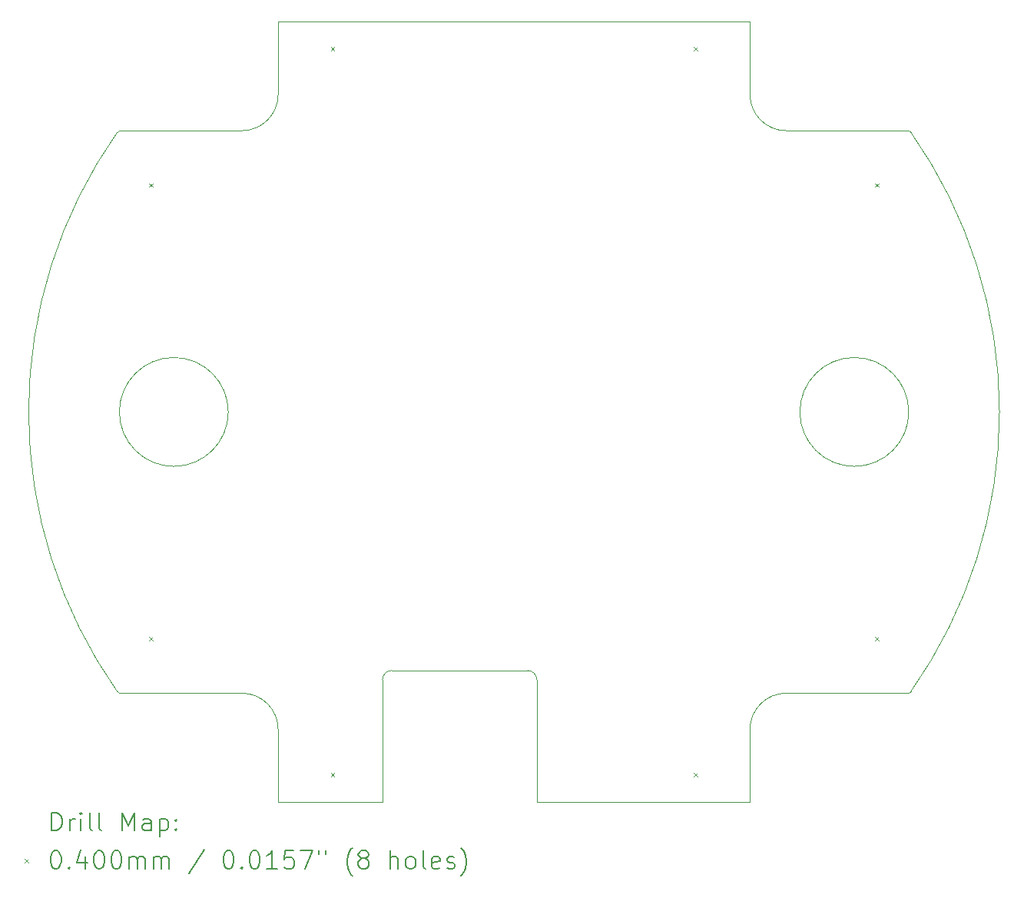
<source format=gbr>
%FSLAX45Y45*%
G04 Gerber Fmt 4.5, Leading zero omitted, Abs format (unit mm)*
G04 Created by KiCad (PCBNEW (5.99.0-2407-g46ade4960)) date 2020-08-08 20:05:32*
%MOMM*%
%LPD*%
G01*
G04 APERTURE LIST*
%TA.AperFunction,Profile*%
%ADD10C,0.100000*%
%TD*%
%ADD11C,0.200000*%
%ADD12C,0.040000*%
G04 APERTURE END LIST*
D10*
X19372995Y-6917889D02*
G75*
G02*
X20350000Y-10000000I-4372995J-3082111D01*
G01*
X15250000Y-14300000D02*
X17600000Y-14300000D01*
X12000000Y-13100000D02*
X10650000Y-13100000D01*
X19372995Y-13082111D02*
G75*
G03*
X20350000Y-10000000I-4372995J3082111D01*
G01*
X15250000Y-12950000D02*
G75*
G03*
X15150000Y-12850000I-100000J0D01*
G01*
X15250000Y-12950000D02*
X15250000Y-14300000D01*
X17600000Y-13500000D02*
X17600000Y-14300000D01*
X19372995Y-6917889D02*
X19350000Y-6900000D01*
X19350000Y-10000000D02*
G75*
G03*
X19350000Y-10000000I-600000J0D01*
G01*
X12400000Y-13500000D02*
G75*
G03*
X12000000Y-13100000I-400000J0D01*
G01*
X12400000Y-5700000D02*
X17600000Y-5700000D01*
X13550000Y-14300000D02*
X13550000Y-12950000D01*
X12400000Y-6500000D02*
X12400000Y-5700000D01*
X13650000Y-12850000D02*
X15150000Y-12850000D01*
X18000000Y-13100000D02*
X19350000Y-13100000D01*
X18000000Y-6900000D02*
X19350000Y-6900000D01*
X10627005Y-13082111D02*
G75*
G02*
X9650000Y-10000000I4372995J3082111D01*
G01*
X10627005Y-6917889D02*
X10650000Y-6900000D01*
X12400000Y-6500000D02*
G75*
G02*
X12000000Y-6900000I-400000J0D01*
G01*
X19372995Y-13082111D02*
X19350000Y-13100000D01*
X11850000Y-10000000D02*
G75*
G03*
X11850000Y-10000000I-600000J0D01*
G01*
X12400000Y-13500000D02*
X12400000Y-14300000D01*
X17600000Y-6500000D02*
X17600000Y-5700000D01*
X10627005Y-6917889D02*
G75*
G03*
X9650000Y-10000000I4372995J-3082111D01*
G01*
X12000000Y-6900000D02*
X10650000Y-6900000D01*
X13550000Y-14300000D02*
X12400000Y-14300000D01*
X13650000Y-12850000D02*
G75*
G03*
X13550000Y-12950000I0J-100000D01*
G01*
X17600000Y-13500000D02*
G75*
G02*
X18000000Y-13100000I400000J0D01*
G01*
X10627005Y-13082111D02*
X10650000Y-13100000D01*
X17600000Y-6500000D02*
G75*
G03*
X18000000Y-6900000I400000J0D01*
G01*
D11*
D12*
X10980000Y-7480000D02*
X11020000Y-7520000D01*
X11020000Y-7480000D02*
X10980000Y-7520000D01*
X10980000Y-12480000D02*
X11020000Y-12520000D01*
X11020000Y-12480000D02*
X10980000Y-12520000D01*
X12980000Y-5980000D02*
X13020000Y-6020000D01*
X13020000Y-5980000D02*
X12980000Y-6020000D01*
X12980000Y-13980000D02*
X13020000Y-14020000D01*
X13020000Y-13980000D02*
X12980000Y-14020000D01*
X16980000Y-5980000D02*
X17020000Y-6020000D01*
X17020000Y-5980000D02*
X16980000Y-6020000D01*
X16980000Y-13980000D02*
X17020000Y-14020000D01*
X17020000Y-13980000D02*
X16980000Y-14020000D01*
X18980000Y-7480000D02*
X19020000Y-7520000D01*
X19020000Y-7480000D02*
X18980000Y-7520000D01*
X18980000Y-12480000D02*
X19020000Y-12520000D01*
X19020000Y-12480000D02*
X18980000Y-12520000D01*
D11*
X9902619Y-14615476D02*
X9902619Y-14415476D01*
X9950238Y-14415476D01*
X9978809Y-14425000D01*
X9997857Y-14444048D01*
X10007381Y-14463095D01*
X10016905Y-14501190D01*
X10016905Y-14529762D01*
X10007381Y-14567857D01*
X9997857Y-14586905D01*
X9978809Y-14605952D01*
X9950238Y-14615476D01*
X9902619Y-14615476D01*
X10102619Y-14615476D02*
X10102619Y-14482143D01*
X10102619Y-14520238D02*
X10112143Y-14501190D01*
X10121667Y-14491667D01*
X10140714Y-14482143D01*
X10159762Y-14482143D01*
X10226428Y-14615476D02*
X10226428Y-14482143D01*
X10226428Y-14415476D02*
X10216905Y-14425000D01*
X10226428Y-14434524D01*
X10235952Y-14425000D01*
X10226428Y-14415476D01*
X10226428Y-14434524D01*
X10350238Y-14615476D02*
X10331190Y-14605952D01*
X10321667Y-14586905D01*
X10321667Y-14415476D01*
X10455000Y-14615476D02*
X10435952Y-14605952D01*
X10426428Y-14586905D01*
X10426428Y-14415476D01*
X10683571Y-14615476D02*
X10683571Y-14415476D01*
X10750238Y-14558333D01*
X10816905Y-14415476D01*
X10816905Y-14615476D01*
X10997857Y-14615476D02*
X10997857Y-14510714D01*
X10988333Y-14491667D01*
X10969286Y-14482143D01*
X10931190Y-14482143D01*
X10912143Y-14491667D01*
X10997857Y-14605952D02*
X10978809Y-14615476D01*
X10931190Y-14615476D01*
X10912143Y-14605952D01*
X10902619Y-14586905D01*
X10902619Y-14567857D01*
X10912143Y-14548810D01*
X10931190Y-14539286D01*
X10978809Y-14539286D01*
X10997857Y-14529762D01*
X11093095Y-14482143D02*
X11093095Y-14682143D01*
X11093095Y-14491667D02*
X11112143Y-14482143D01*
X11150238Y-14482143D01*
X11169286Y-14491667D01*
X11178809Y-14501190D01*
X11188333Y-14520238D01*
X11188333Y-14577381D01*
X11178809Y-14596429D01*
X11169286Y-14605952D01*
X11150238Y-14615476D01*
X11112143Y-14615476D01*
X11093095Y-14605952D01*
X11274047Y-14596429D02*
X11283571Y-14605952D01*
X11274047Y-14615476D01*
X11264524Y-14605952D01*
X11274047Y-14596429D01*
X11274047Y-14615476D01*
X11274047Y-14491667D02*
X11283571Y-14501190D01*
X11274047Y-14510714D01*
X11264524Y-14501190D01*
X11274047Y-14491667D01*
X11274047Y-14510714D01*
D12*
X9605000Y-14925000D02*
X9645000Y-14965000D01*
X9645000Y-14925000D02*
X9605000Y-14965000D01*
D11*
X9940714Y-14835476D02*
X9959762Y-14835476D01*
X9978809Y-14845000D01*
X9988333Y-14854524D01*
X9997857Y-14873571D01*
X10007381Y-14911667D01*
X10007381Y-14959286D01*
X9997857Y-14997381D01*
X9988333Y-15016429D01*
X9978809Y-15025952D01*
X9959762Y-15035476D01*
X9940714Y-15035476D01*
X9921667Y-15025952D01*
X9912143Y-15016429D01*
X9902619Y-14997381D01*
X9893095Y-14959286D01*
X9893095Y-14911667D01*
X9902619Y-14873571D01*
X9912143Y-14854524D01*
X9921667Y-14845000D01*
X9940714Y-14835476D01*
X10093095Y-15016429D02*
X10102619Y-15025952D01*
X10093095Y-15035476D01*
X10083571Y-15025952D01*
X10093095Y-15016429D01*
X10093095Y-15035476D01*
X10274048Y-14902143D02*
X10274048Y-15035476D01*
X10226428Y-14825952D02*
X10178809Y-14968810D01*
X10302619Y-14968810D01*
X10416905Y-14835476D02*
X10435952Y-14835476D01*
X10455000Y-14845000D01*
X10464524Y-14854524D01*
X10474048Y-14873571D01*
X10483571Y-14911667D01*
X10483571Y-14959286D01*
X10474048Y-14997381D01*
X10464524Y-15016429D01*
X10455000Y-15025952D01*
X10435952Y-15035476D01*
X10416905Y-15035476D01*
X10397857Y-15025952D01*
X10388333Y-15016429D01*
X10378809Y-14997381D01*
X10369286Y-14959286D01*
X10369286Y-14911667D01*
X10378809Y-14873571D01*
X10388333Y-14854524D01*
X10397857Y-14845000D01*
X10416905Y-14835476D01*
X10607381Y-14835476D02*
X10626428Y-14835476D01*
X10645476Y-14845000D01*
X10655000Y-14854524D01*
X10664524Y-14873571D01*
X10674048Y-14911667D01*
X10674048Y-14959286D01*
X10664524Y-14997381D01*
X10655000Y-15016429D01*
X10645476Y-15025952D01*
X10626428Y-15035476D01*
X10607381Y-15035476D01*
X10588333Y-15025952D01*
X10578809Y-15016429D01*
X10569286Y-14997381D01*
X10559762Y-14959286D01*
X10559762Y-14911667D01*
X10569286Y-14873571D01*
X10578809Y-14854524D01*
X10588333Y-14845000D01*
X10607381Y-14835476D01*
X10759762Y-15035476D02*
X10759762Y-14902143D01*
X10759762Y-14921190D02*
X10769286Y-14911667D01*
X10788333Y-14902143D01*
X10816905Y-14902143D01*
X10835952Y-14911667D01*
X10845476Y-14930714D01*
X10845476Y-15035476D01*
X10845476Y-14930714D02*
X10855000Y-14911667D01*
X10874048Y-14902143D01*
X10902619Y-14902143D01*
X10921667Y-14911667D01*
X10931190Y-14930714D01*
X10931190Y-15035476D01*
X11026428Y-15035476D02*
X11026428Y-14902143D01*
X11026428Y-14921190D02*
X11035952Y-14911667D01*
X11055000Y-14902143D01*
X11083571Y-14902143D01*
X11102619Y-14911667D01*
X11112143Y-14930714D01*
X11112143Y-15035476D01*
X11112143Y-14930714D02*
X11121667Y-14911667D01*
X11140714Y-14902143D01*
X11169286Y-14902143D01*
X11188333Y-14911667D01*
X11197857Y-14930714D01*
X11197857Y-15035476D01*
X11588333Y-14825952D02*
X11416905Y-15083095D01*
X11845476Y-14835476D02*
X11864524Y-14835476D01*
X11883571Y-14845000D01*
X11893095Y-14854524D01*
X11902619Y-14873571D01*
X11912143Y-14911667D01*
X11912143Y-14959286D01*
X11902619Y-14997381D01*
X11893095Y-15016429D01*
X11883571Y-15025952D01*
X11864524Y-15035476D01*
X11845476Y-15035476D01*
X11826428Y-15025952D01*
X11816905Y-15016429D01*
X11807381Y-14997381D01*
X11797857Y-14959286D01*
X11797857Y-14911667D01*
X11807381Y-14873571D01*
X11816905Y-14854524D01*
X11826428Y-14845000D01*
X11845476Y-14835476D01*
X11997857Y-15016429D02*
X12007381Y-15025952D01*
X11997857Y-15035476D01*
X11988333Y-15025952D01*
X11997857Y-15016429D01*
X11997857Y-15035476D01*
X12131190Y-14835476D02*
X12150238Y-14835476D01*
X12169286Y-14845000D01*
X12178809Y-14854524D01*
X12188333Y-14873571D01*
X12197857Y-14911667D01*
X12197857Y-14959286D01*
X12188333Y-14997381D01*
X12178809Y-15016429D01*
X12169286Y-15025952D01*
X12150238Y-15035476D01*
X12131190Y-15035476D01*
X12112143Y-15025952D01*
X12102619Y-15016429D01*
X12093095Y-14997381D01*
X12083571Y-14959286D01*
X12083571Y-14911667D01*
X12093095Y-14873571D01*
X12102619Y-14854524D01*
X12112143Y-14845000D01*
X12131190Y-14835476D01*
X12388333Y-15035476D02*
X12274047Y-15035476D01*
X12331190Y-15035476D02*
X12331190Y-14835476D01*
X12312143Y-14864048D01*
X12293095Y-14883095D01*
X12274047Y-14892619D01*
X12569286Y-14835476D02*
X12474047Y-14835476D01*
X12464524Y-14930714D01*
X12474047Y-14921190D01*
X12493095Y-14911667D01*
X12540714Y-14911667D01*
X12559762Y-14921190D01*
X12569286Y-14930714D01*
X12578809Y-14949762D01*
X12578809Y-14997381D01*
X12569286Y-15016429D01*
X12559762Y-15025952D01*
X12540714Y-15035476D01*
X12493095Y-15035476D01*
X12474047Y-15025952D01*
X12464524Y-15016429D01*
X12645476Y-14835476D02*
X12778809Y-14835476D01*
X12693095Y-15035476D01*
X12845476Y-14835476D02*
X12845476Y-14873571D01*
X12921666Y-14835476D02*
X12921666Y-14873571D01*
X13216905Y-15111667D02*
X13207381Y-15102143D01*
X13188333Y-15073571D01*
X13178809Y-15054524D01*
X13169286Y-15025952D01*
X13159762Y-14978333D01*
X13159762Y-14940238D01*
X13169286Y-14892619D01*
X13178809Y-14864048D01*
X13188333Y-14845000D01*
X13207381Y-14816429D01*
X13216905Y-14806905D01*
X13321666Y-14921190D02*
X13302619Y-14911667D01*
X13293095Y-14902143D01*
X13283571Y-14883095D01*
X13283571Y-14873571D01*
X13293095Y-14854524D01*
X13302619Y-14845000D01*
X13321666Y-14835476D01*
X13359762Y-14835476D01*
X13378809Y-14845000D01*
X13388333Y-14854524D01*
X13397857Y-14873571D01*
X13397857Y-14883095D01*
X13388333Y-14902143D01*
X13378809Y-14911667D01*
X13359762Y-14921190D01*
X13321666Y-14921190D01*
X13302619Y-14930714D01*
X13293095Y-14940238D01*
X13283571Y-14959286D01*
X13283571Y-14997381D01*
X13293095Y-15016429D01*
X13302619Y-15025952D01*
X13321666Y-15035476D01*
X13359762Y-15035476D01*
X13378809Y-15025952D01*
X13388333Y-15016429D01*
X13397857Y-14997381D01*
X13397857Y-14959286D01*
X13388333Y-14940238D01*
X13378809Y-14930714D01*
X13359762Y-14921190D01*
X13635952Y-15035476D02*
X13635952Y-14835476D01*
X13721666Y-15035476D02*
X13721666Y-14930714D01*
X13712143Y-14911667D01*
X13693095Y-14902143D01*
X13664524Y-14902143D01*
X13645476Y-14911667D01*
X13635952Y-14921190D01*
X13845476Y-15035476D02*
X13826428Y-15025952D01*
X13816905Y-15016429D01*
X13807381Y-14997381D01*
X13807381Y-14940238D01*
X13816905Y-14921190D01*
X13826428Y-14911667D01*
X13845476Y-14902143D01*
X13874047Y-14902143D01*
X13893095Y-14911667D01*
X13902619Y-14921190D01*
X13912143Y-14940238D01*
X13912143Y-14997381D01*
X13902619Y-15016429D01*
X13893095Y-15025952D01*
X13874047Y-15035476D01*
X13845476Y-15035476D01*
X14026428Y-15035476D02*
X14007381Y-15025952D01*
X13997857Y-15006905D01*
X13997857Y-14835476D01*
X14178809Y-15025952D02*
X14159762Y-15035476D01*
X14121666Y-15035476D01*
X14102619Y-15025952D01*
X14093095Y-15006905D01*
X14093095Y-14930714D01*
X14102619Y-14911667D01*
X14121666Y-14902143D01*
X14159762Y-14902143D01*
X14178809Y-14911667D01*
X14188333Y-14930714D01*
X14188333Y-14949762D01*
X14093095Y-14968810D01*
X14264524Y-15025952D02*
X14283571Y-15035476D01*
X14321666Y-15035476D01*
X14340714Y-15025952D01*
X14350238Y-15006905D01*
X14350238Y-14997381D01*
X14340714Y-14978333D01*
X14321666Y-14968810D01*
X14293095Y-14968810D01*
X14274047Y-14959286D01*
X14264524Y-14940238D01*
X14264524Y-14930714D01*
X14274047Y-14911667D01*
X14293095Y-14902143D01*
X14321666Y-14902143D01*
X14340714Y-14911667D01*
X14416905Y-15111667D02*
X14426428Y-15102143D01*
X14445476Y-15073571D01*
X14455000Y-15054524D01*
X14464524Y-15025952D01*
X14474047Y-14978333D01*
X14474047Y-14940238D01*
X14464524Y-14892619D01*
X14455000Y-14864048D01*
X14445476Y-14845000D01*
X14426428Y-14816429D01*
X14416905Y-14806905D01*
M02*

</source>
